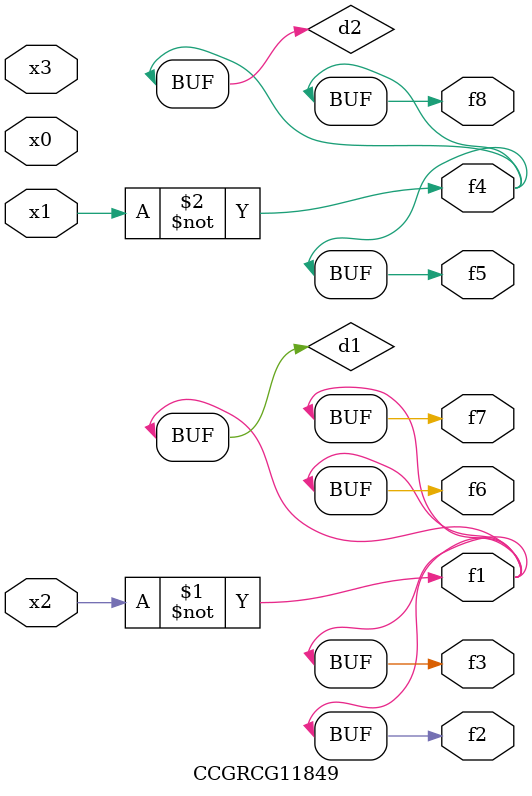
<source format=v>
module CCGRCG11849(
	input x0, x1, x2, x3,
	output f1, f2, f3, f4, f5, f6, f7, f8
);

	wire d1, d2;

	xnor (d1, x2);
	not (d2, x1);
	assign f1 = d1;
	assign f2 = d1;
	assign f3 = d1;
	assign f4 = d2;
	assign f5 = d2;
	assign f6 = d1;
	assign f7 = d1;
	assign f8 = d2;
endmodule

</source>
